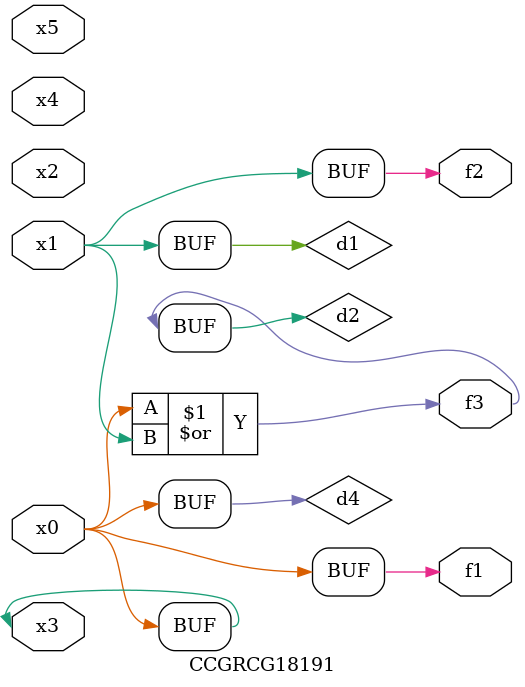
<source format=v>
module CCGRCG18191(
	input x0, x1, x2, x3, x4, x5,
	output f1, f2, f3
);

	wire d1, d2, d3, d4;

	and (d1, x1);
	or (d2, x0, x1);
	nand (d3, x0, x5);
	buf (d4, x0, x3);
	assign f1 = d4;
	assign f2 = d1;
	assign f3 = d2;
endmodule

</source>
